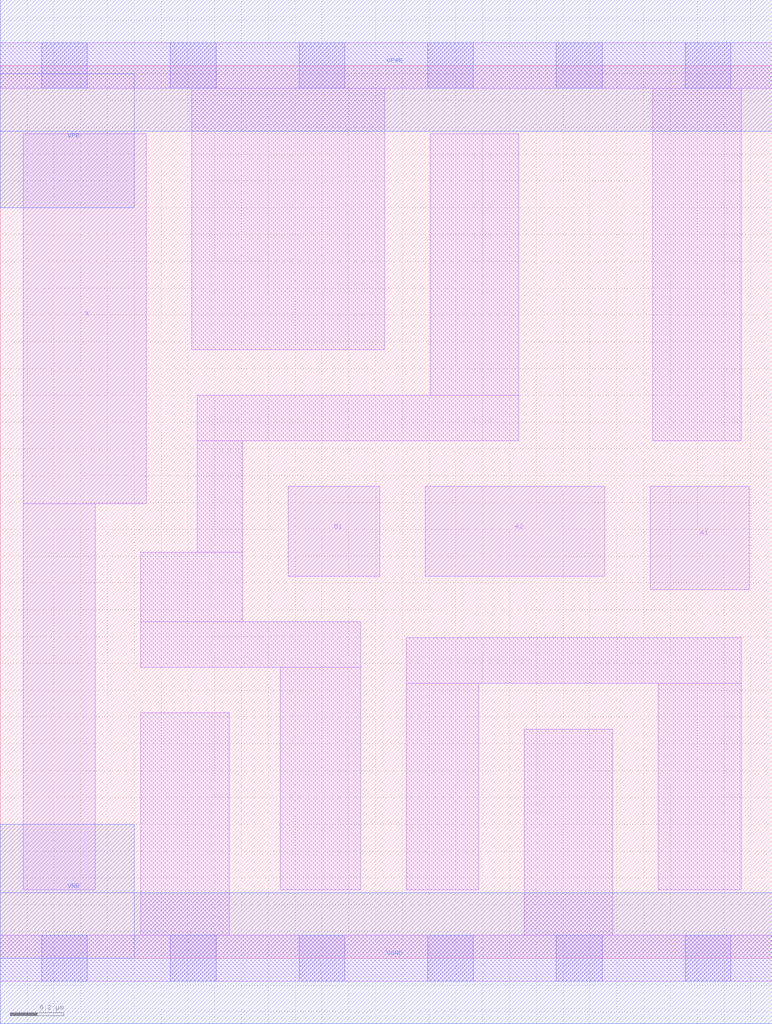
<source format=lef>
# Copyright 2020 The SkyWater PDK Authors
#
# Licensed under the Apache License, Version 2.0 (the "License");
# you may not use this file except in compliance with the License.
# You may obtain a copy of the License at
#
#     https://www.apache.org/licenses/LICENSE-2.0
#
# Unless required by applicable law or agreed to in writing, software
# distributed under the License is distributed on an "AS IS" BASIS,
# WITHOUT WARRANTIES OR CONDITIONS OF ANY KIND, either express or implied.
# See the License for the specific language governing permissions and
# limitations under the License.
#
# SPDX-License-Identifier: Apache-2.0

VERSION 5.5 ;
NAMESCASESENSITIVE ON ;
BUSBITCHARS "[]" ;
DIVIDERCHAR "/" ;
MACRO sky130_fd_sc_lp__o21a_1
  CLASS CORE ;
  SOURCE USER ;
  ORIGIN  0.000000  0.000000 ;
  SIZE  2.880000 BY  3.330000 ;
  SYMMETRY X Y R90 ;
  SITE unit ;
  PIN A1
    ANTENNAGATEAREA  0.315000 ;
    DIRECTION INPUT ;
    USE SIGNAL ;
    PORT
      LAYER li1 ;
        RECT 2.425000 1.375000 2.795000 1.760000 ;
    END
  END A1
  PIN A2
    ANTENNAGATEAREA  0.315000 ;
    DIRECTION INPUT ;
    USE SIGNAL ;
    PORT
      LAYER li1 ;
        RECT 1.585000 1.425000 2.255000 1.760000 ;
    END
  END A2
  PIN B1
    ANTENNAGATEAREA  0.315000 ;
    DIRECTION INPUT ;
    USE SIGNAL ;
    PORT
      LAYER li1 ;
        RECT 1.075000 1.425000 1.415000 1.760000 ;
    END
  END B1
  PIN X
    ANTENNADIFFAREA  0.556500 ;
    DIRECTION OUTPUT ;
    USE SIGNAL ;
    PORT
      LAYER li1 ;
        RECT 0.085000 0.255000 0.355000 1.695000 ;
        RECT 0.085000 1.695000 0.545000 3.075000 ;
    END
  END X
  PIN VGND
    DIRECTION INOUT ;
    USE GROUND ;
    PORT
      LAYER met1 ;
        RECT 0.000000 -0.245000 2.880000 0.245000 ;
    END
  END VGND
  PIN VNB
    DIRECTION INOUT ;
    USE GROUND ;
    PORT
      LAYER met1 ;
        RECT 0.000000 0.000000 0.500000 0.500000 ;
    END
  END VNB
  PIN VPB
    DIRECTION INOUT ;
    USE POWER ;
    PORT
      LAYER met1 ;
        RECT 0.000000 2.800000 0.500000 3.300000 ;
    END
  END VPB
  PIN VPWR
    DIRECTION INOUT ;
    USE POWER ;
    PORT
      LAYER met1 ;
        RECT 0.000000 3.085000 2.880000 3.575000 ;
    END
  END VPWR
  OBS
    LAYER li1 ;
      RECT 0.000000 -0.085000 2.880000 0.085000 ;
      RECT 0.000000  3.245000 2.880000 3.415000 ;
      RECT 0.525000  0.085000 0.855000 0.915000 ;
      RECT 0.525000  1.085000 1.345000 1.255000 ;
      RECT 0.525000  1.255000 0.905000 1.515000 ;
      RECT 0.715000  2.270000 1.435000 3.245000 ;
      RECT 0.735000  1.515000 0.905000 1.930000 ;
      RECT 0.735000  1.930000 1.935000 2.100000 ;
      RECT 1.045000  0.255000 1.345000 1.085000 ;
      RECT 1.515000  0.255000 1.785000 1.025000 ;
      RECT 1.515000  1.025000 2.765000 1.195000 ;
      RECT 1.605000  2.100000 1.935000 3.075000 ;
      RECT 1.955000  0.085000 2.285000 0.855000 ;
      RECT 2.435000  1.930000 2.765000 3.245000 ;
      RECT 2.455000  0.255000 2.765000 1.025000 ;
    LAYER mcon ;
      RECT 0.155000 -0.085000 0.325000 0.085000 ;
      RECT 0.155000  3.245000 0.325000 3.415000 ;
      RECT 0.635000 -0.085000 0.805000 0.085000 ;
      RECT 0.635000  3.245000 0.805000 3.415000 ;
      RECT 1.115000 -0.085000 1.285000 0.085000 ;
      RECT 1.115000  3.245000 1.285000 3.415000 ;
      RECT 1.595000 -0.085000 1.765000 0.085000 ;
      RECT 1.595000  3.245000 1.765000 3.415000 ;
      RECT 2.075000 -0.085000 2.245000 0.085000 ;
      RECT 2.075000  3.245000 2.245000 3.415000 ;
      RECT 2.555000 -0.085000 2.725000 0.085000 ;
      RECT 2.555000  3.245000 2.725000 3.415000 ;
  END
END sky130_fd_sc_lp__o21a_1

</source>
